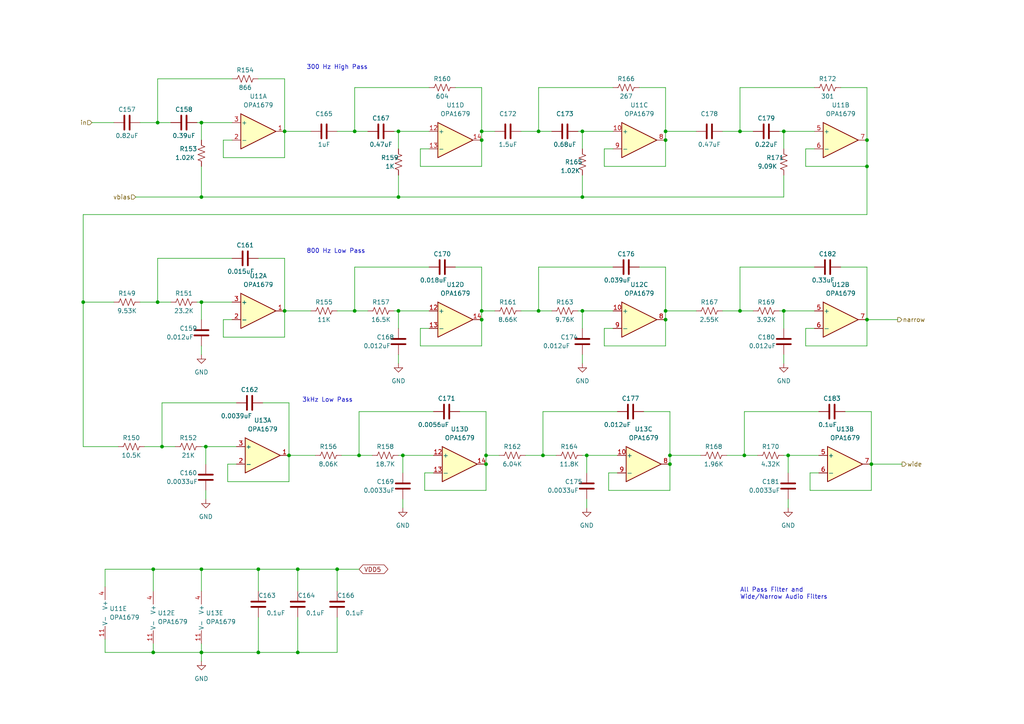
<source format=kicad_sch>
(kicad_sch (version 20230121) (generator eeschema)
  (paper "A4")
  (lib_symbols
    (symbol "Amplifier_Operational:OPA1679" (pin_names (offset 0.127))
      (property "Reference" "U" (at 0 5.08 0))
      (property "Value" "OPA1679" (at 0 -5.08 0))
      (symbol "OPA1679_1_1"
        (polyline (pts (xy -5.08 5.08) (xy 5.08 0) (xy -5.08 -5.08) (xy -5.08 5.08)) (stroke (width 0.254)) (fill (type background)))
        (pin output line (at 7.62 0 180) (length 2.54) (name "~") (number "1"))
        (pin input line (at -7.62 -2.54 0) (length 2.54) (name "-") (number "2"))
        (pin input line (at -7.62 2.54 0) (length 2.54) (name "+") (number "3"))
      )
      (symbol "OPA1679_2_1"
        (polyline (pts (xy -5.08 5.08) (xy 5.08 0) (xy -5.08 -5.08) (xy -5.08 5.08)) (stroke (width 0.254)) (fill (type background)))
        (pin input line (at -7.62 2.54 0) (length 2.54) (name "+") (number "5"))
        (pin input line (at -7.62 -2.54 0) (length 2.54) (name "-") (number "6"))
        (pin output line (at 7.62 0 180) (length 2.54) (name "~") (number "7"))
      )
      (symbol "OPA1679_3_1"
        (polyline (pts (xy -5.08 5.08) (xy 5.08 0) (xy -5.08 -5.08) (xy -5.08 5.08)) (stroke (width 0.254)) (fill (type background)))
        (pin input line (at -7.62 2.54 0) (length 2.54) (name "+") (number "10"))
        (pin output line (at 7.62 0 180) (length 2.54) (name "~") (number "8"))
        (pin input line (at -7.62 -2.54 0) (length 2.54) (name "-") (number "9"))
      )
      (symbol "OPA1679_4_1"
        (polyline (pts (xy -5.08 5.08) (xy 5.08 0) (xy -5.08 -5.08) (xy -5.08 5.08)) (stroke (width 0.254)) (fill (type background)))
        (pin input line (at -7.62 2.54 0) (length 2.54) (name "+") (number "12"))
        (pin input line (at -7.62 -2.54 0) (length 2.54) (name "-") (number "13"))
        (pin output line (at 7.62 0 180) (length 2.54) (name "~") (number "14"))
      )
      (symbol "OPA1679_5_1"
        (pin power_in line (at -2.54 -7.62 90) (length 3.81) (name "V-") (number "11"))
        (pin power_in line (at -2.54 7.62 270) (length 3.81) (name "V+") (number "4"))
      )
    )
    (symbol "Device:C" (pin_numbers hide) (pin_names (offset 0.254))
      (property "Reference" "C" (at 0.635 2.54 0))
      (property "Value" "C" (at 0.635 -2.54 0))
      (symbol "C_0_1"
        (polyline (pts (xy -2.032 -0.762) (xy 2.032 -0.762)) (stroke (width 0.508)))
        (polyline (pts (xy -2.032 0.762) (xy 2.032 0.762)) (stroke (width 0.508)))
      )
      (symbol "C_1_1"
        (pin passive line (at 0 3.81 270) (length 2.794) (name "~") (number "1"))
        (pin passive line (at 0 -3.81 90) (length 2.794) (name "~") (number "2"))
      )
    )
    (symbol "Device:R_US" (pin_numbers hide) (pin_names (offset 0))
      (property "Reference" "R" (at 2.54 0 90))
      (property "Value" "R_US" (at -2.54 0 90))
      (symbol "R_US_0_1"
        (polyline (pts (xy 0 -2.286) (xy 0 -2.54)))
        (polyline (pts (xy 0 2.286) (xy 0 2.54)))
        (polyline (pts (xy 0 -0.762) (xy 1.016 -1.143) (xy 0 -1.524) (xy -1.016 -1.905) (xy 0 -2.286)))
        (polyline (pts (xy 0 0.762) (xy 1.016 0.381) (xy 0 0) (xy -1.016 -0.381) (xy 0 -0.762)))
        (polyline (pts (xy 0 2.286) (xy 1.016 1.905) (xy 0 1.524) (xy -1.016 1.143) (xy 0 0.762)))
      )
      (symbol "R_US_1_1"
        (pin passive line (at 0 3.81 270) (length 1.27) (name "~") (number "1"))
        (pin passive line (at 0 -3.81 90) (length 1.27) (name "~") (number "2"))
      )
    )
    (symbol "power:GND" (power) (pin_names (offset 0))
      (property "Value" "GND" (at 0 -3.81 0))
      (symbol "GND_0_1"
        (polyline (pts (xy 0 0) (xy 0 -1.27) (xy 1.27 -1.27) (xy 0 -2.54) (xy -1.27 -1.27) (xy 0 -1.27)))
      )
      (symbol "GND_1_1"
        (pin power_in line (at 0 0 270) (length 0) hide (name "GND") (number "1"))
      )
    )
  )
  (junction (at 168.91 38.1))
  (junction (at 228.6 132.08))
  (junction (at 227.33 90.17))
  (junction (at 194.31 132.08))
  (junction (at 45.72 87.63))
  (junction (at 44.45 165.1))
  (junction (at 140.97 132.08))
  (junction (at 44.45 189.23))
  (junction (at 115.57 38.1))
  (junction (at 168.91 90.17))
  (junction (at 227.33 38.1))
  (junction (at 193.04 40.64))
  (junction (at 59.69 129.54))
  (junction (at 193.04 38.1))
  (junction (at 74.93 189.23))
  (junction (at 46.99 129.54))
  (junction (at 58.42 189.23))
  (junction (at 214.63 38.1))
  (junction (at 115.57 90.17))
  (junction (at 251.46 40.64))
  (junction (at 82.55 38.1))
  (junction (at 157.48 132.08))
  (junction (at 115.57 57.15))
  (junction (at 252.73 134.62))
  (junction (at 86.36 189.23))
  (junction (at 83.82 132.08))
  (junction (at 86.36 165.1))
  (junction (at 116.84 132.08))
  (junction (at 156.21 90.17))
  (junction (at 193.04 90.17))
  (junction (at 24.13 87.63))
  (junction (at 102.87 90.17))
  (junction (at 74.93 165.1))
  (junction (at 58.42 57.15))
  (junction (at 194.31 134.62))
  (junction (at 214.63 90.17))
  (junction (at 168.91 57.15))
  (junction (at 139.7 40.64))
  (junction (at 58.42 165.1))
  (junction (at 193.04 92.71))
  (junction (at 139.7 92.71))
  (junction (at 139.7 38.1))
  (junction (at 140.97 134.62))
  (junction (at 58.42 35.56))
  (junction (at 215.9 132.08))
  (junction (at 58.42 87.63))
  (junction (at 102.87 38.1))
  (junction (at 139.7 90.17))
  (junction (at 82.55 90.17))
  (junction (at 170.18 132.08))
  (junction (at 156.21 38.1))
  (junction (at 45.72 35.56))
  (junction (at 251.46 92.71))
  (junction (at 251.46 48.26))
  (junction (at 97.79 165.1))
  (junction (at 104.14 132.08))
  (wire (pts (xy 83.82 116.84) (xy 83.82 132.08)))
  (wire (pts (xy 82.55 38.1) (xy 90.17 38.1)))
  (wire (pts (xy 193.04 38.1) (xy 201.93 38.1)))
  (wire (pts (xy 104.14 119.38) (xy 104.14 132.08)))
  (wire (pts (xy 82.55 97.79) (xy 82.55 90.17)))
  (wire (pts (xy 45.72 35.56) (xy 49.53 35.56)))
  (wire (pts (xy 44.45 186.69) (xy 44.45 189.23)))
  (wire (pts (xy 140.97 134.62) (xy 140.97 142.24)))
  (wire (pts (xy 236.22 95.25) (xy 233.68 95.25)))
  (wire (pts (xy 115.57 102.87) (xy 115.57 105.41)))
  (wire (pts (xy 214.63 38.1) (xy 218.44 38.1)))
  (wire (pts (xy 24.13 87.63) (xy 24.13 129.54)))
  (wire (pts (xy 176.53 142.24) (xy 194.31 142.24)))
  (wire (pts (xy 58.42 57.15) (xy 115.57 57.15)))
  (wire (pts (xy 193.04 90.17) (xy 201.93 90.17)))
  (wire (pts (xy 64.77 40.64) (xy 64.77 45.72)))
  (wire (pts (xy 104.14 132.08) (xy 107.95 132.08)))
  (wire (pts (xy 167.64 90.17) (xy 168.91 90.17)))
  (wire (pts (xy 125.73 119.38) (xy 104.14 119.38)))
  (wire (pts (xy 168.91 50.8) (xy 168.91 57.15)))
  (wire (pts (xy 243.84 77.47) (xy 251.46 77.47)))
  (wire (pts (xy 215.9 132.08) (xy 219.71 132.08)))
  (wire (pts (xy 251.46 62.23) (xy 24.13 62.23)))
  (wire (pts (xy 30.48 165.1) (xy 44.45 165.1)))
  (wire (pts (xy 175.26 43.18) (xy 175.26 48.26)))
  (wire (pts (xy 194.31 134.62) (xy 194.31 142.24)))
  (wire (pts (xy 40.64 87.63) (xy 45.72 87.63)))
  (wire (pts (xy 193.04 40.64) (xy 193.04 48.26)))
  (wire (pts (xy 74.93 165.1) (xy 86.36 165.1)))
  (wire (pts (xy 170.18 132.08) (xy 179.07 132.08)))
  (wire (pts (xy 115.57 132.08) (xy 116.84 132.08)))
  (wire (pts (xy 139.7 90.17) (xy 143.51 90.17)))
  (wire (pts (xy 243.84 25.4) (xy 251.46 25.4)))
  (wire (pts (xy 41.91 129.54) (xy 46.99 129.54)))
  (wire (pts (xy 116.84 132.08) (xy 116.84 137.16)))
  (wire (pts (xy 139.7 90.17) (xy 139.7 92.71)))
  (wire (pts (xy 45.72 74.93) (xy 45.72 87.63)))
  (wire (pts (xy 214.63 25.4) (xy 214.63 38.1)))
  (wire (pts (xy 45.72 87.63) (xy 49.53 87.63)))
  (wire (pts (xy 156.21 25.4) (xy 156.21 38.1)))
  (wire (pts (xy 86.36 189.23) (xy 97.79 189.23)))
  (wire (pts (xy 194.31 119.38) (xy 194.31 132.08)))
  (wire (pts (xy 227.33 50.8) (xy 227.33 57.15)))
  (wire (pts (xy 115.57 90.17) (xy 124.46 90.17)))
  (wire (pts (xy 193.04 38.1) (xy 193.04 40.64)))
  (wire (pts (xy 156.21 38.1) (xy 160.02 38.1)))
  (wire (pts (xy 251.46 25.4) (xy 251.46 40.64)))
  (wire (pts (xy 124.46 25.4) (xy 102.87 25.4)))
  (wire (pts (xy 177.8 77.47) (xy 156.21 77.47)))
  (wire (pts (xy 124.46 95.25) (xy 121.92 95.25)))
  (wire (pts (xy 115.57 57.15) (xy 168.91 57.15)))
  (wire (pts (xy 102.87 90.17) (xy 106.68 90.17)))
  (wire (pts (xy 177.8 95.25) (xy 175.26 95.25)))
  (wire (pts (xy 252.73 119.38) (xy 252.73 134.62)))
  (wire (pts (xy 228.6 132.08) (xy 237.49 132.08)))
  (wire (pts (xy 170.18 144.78) (xy 170.18 147.32)))
  (wire (pts (xy 67.31 92.71) (xy 64.77 92.71)))
  (wire (pts (xy 58.42 87.63) (xy 58.42 92.71)))
  (wire (pts (xy 157.48 119.38) (xy 157.48 132.08)))
  (wire (pts (xy 58.42 48.26) (xy 58.42 57.15)))
  (wire (pts (xy 114.3 90.17) (xy 115.57 90.17)))
  (wire (pts (xy 157.48 132.08) (xy 161.29 132.08)))
  (wire (pts (xy 177.8 25.4) (xy 156.21 25.4)))
  (wire (pts (xy 175.26 95.25) (xy 175.26 100.33)))
  (wire (pts (xy 236.22 25.4) (xy 214.63 25.4)))
  (wire (pts (xy 30.48 170.18) (xy 30.48 165.1)))
  (wire (pts (xy 139.7 92.71) (xy 139.7 100.33)))
  (wire (pts (xy 83.82 139.7) (xy 83.82 132.08)))
  (wire (pts (xy 139.7 25.4) (xy 139.7 38.1)))
  (wire (pts (xy 168.91 57.15) (xy 227.33 57.15)))
  (wire (pts (xy 74.93 74.93) (xy 82.55 74.93)))
  (wire (pts (xy 57.15 35.56) (xy 58.42 35.56)))
  (wire (pts (xy 133.35 119.38) (xy 140.97 119.38)))
  (wire (pts (xy 228.6 132.08) (xy 228.6 137.16)))
  (wire (pts (xy 82.55 45.72) (xy 82.55 38.1)))
  (wire (pts (xy 252.73 134.62) (xy 261.62 134.62)))
  (wire (pts (xy 45.72 22.86) (xy 45.72 35.56)))
  (wire (pts (xy 58.42 165.1) (xy 74.93 165.1)))
  (wire (pts (xy 76.2 116.84) (xy 83.82 116.84)))
  (wire (pts (xy 68.58 116.84) (xy 46.99 116.84)))
  (wire (pts (xy 40.64 35.56) (xy 45.72 35.56)))
  (wire (pts (xy 44.45 165.1) (xy 58.42 165.1)))
  (wire (pts (xy 193.04 25.4) (xy 193.04 38.1)))
  (wire (pts (xy 170.18 132.08) (xy 170.18 137.16)))
  (wire (pts (xy 167.64 38.1) (xy 168.91 38.1)))
  (wire (pts (xy 185.42 77.47) (xy 193.04 77.47)))
  (wire (pts (xy 124.46 43.18) (xy 121.92 43.18)))
  (wire (pts (xy 67.31 22.86) (xy 45.72 22.86)))
  (wire (pts (xy 39.37 57.15) (xy 58.42 57.15)))
  (wire (pts (xy 44.45 171.45) (xy 44.45 165.1)))
  (wire (pts (xy 46.99 116.84) (xy 46.99 129.54)))
  (wire (pts (xy 24.13 62.23) (xy 24.13 87.63)))
  (wire (pts (xy 179.07 119.38) (xy 157.48 119.38)))
  (wire (pts (xy 234.95 137.16) (xy 234.95 142.24)))
  (wire (pts (xy 116.84 144.78) (xy 116.84 147.32)))
  (wire (pts (xy 151.13 38.1) (xy 156.21 38.1)))
  (wire (pts (xy 86.36 179.07) (xy 86.36 189.23)))
  (wire (pts (xy 74.93 179.07) (xy 74.93 189.23)))
  (wire (pts (xy 251.46 92.71) (xy 251.46 100.33)))
  (wire (pts (xy 64.77 45.72) (xy 82.55 45.72)))
  (wire (pts (xy 121.92 100.33) (xy 139.7 100.33)))
  (wire (pts (xy 58.42 189.23) (xy 74.93 189.23)))
  (wire (pts (xy 102.87 77.47) (xy 102.87 90.17)))
  (wire (pts (xy 139.7 40.64) (xy 139.7 48.26)))
  (wire (pts (xy 234.95 142.24) (xy 252.73 142.24)))
  (wire (pts (xy 59.69 129.54) (xy 68.58 129.54)))
  (wire (pts (xy 82.55 90.17) (xy 90.17 90.17)))
  (wire (pts (xy 156.21 77.47) (xy 156.21 90.17)))
  (wire (pts (xy 97.79 165.1) (xy 104.14 165.1)))
  (wire (pts (xy 58.42 100.33) (xy 58.42 102.87)))
  (wire (pts (xy 82.55 22.86) (xy 82.55 38.1)))
  (wire (pts (xy 58.42 87.63) (xy 67.31 87.63)))
  (wire (pts (xy 123.19 142.24) (xy 140.97 142.24)))
  (wire (pts (xy 227.33 38.1) (xy 236.22 38.1)))
  (wire (pts (xy 186.69 119.38) (xy 194.31 119.38)))
  (wire (pts (xy 102.87 38.1) (xy 106.68 38.1)))
  (wire (pts (xy 151.13 90.17) (xy 156.21 90.17)))
  (wire (pts (xy 44.45 189.23) (xy 58.42 189.23)))
  (wire (pts (xy 185.42 25.4) (xy 193.04 25.4)))
  (wire (pts (xy 121.92 48.26) (xy 139.7 48.26)))
  (wire (pts (xy 97.79 189.23) (xy 97.79 179.07)))
  (wire (pts (xy 140.97 132.08) (xy 144.78 132.08)))
  (wire (pts (xy 121.92 95.25) (xy 121.92 100.33)))
  (wire (pts (xy 58.42 35.56) (xy 58.42 40.64)))
  (wire (pts (xy 59.69 142.24) (xy 59.69 144.78)))
  (wire (pts (xy 140.97 132.08) (xy 140.97 134.62)))
  (wire (pts (xy 30.48 185.42) (xy 30.48 189.23)))
  (wire (pts (xy 156.21 90.17) (xy 160.02 90.17)))
  (wire (pts (xy 179.07 137.16) (xy 176.53 137.16)))
  (wire (pts (xy 86.36 165.1) (xy 86.36 171.45)))
  (wire (pts (xy 194.31 132.08) (xy 203.2 132.08)))
  (wire (pts (xy 24.13 129.54) (xy 34.29 129.54)))
  (wire (pts (xy 152.4 132.08) (xy 157.48 132.08)))
  (wire (pts (xy 115.57 50.8) (xy 115.57 57.15)))
  (wire (pts (xy 168.91 90.17) (xy 177.8 90.17)))
  (wire (pts (xy 233.68 43.18) (xy 233.68 48.26)))
  (wire (pts (xy 227.33 38.1) (xy 227.33 43.18)))
  (wire (pts (xy 226.06 90.17) (xy 227.33 90.17)))
  (wire (pts (xy 209.55 90.17) (xy 214.63 90.17)))
  (wire (pts (xy 74.93 189.23) (xy 86.36 189.23)))
  (wire (pts (xy 168.91 38.1) (xy 177.8 38.1)))
  (wire (pts (xy 74.93 165.1) (xy 74.93 171.45)))
  (wire (pts (xy 193.04 77.47) (xy 193.04 90.17)))
  (wire (pts (xy 67.31 74.93) (xy 45.72 74.93)))
  (wire (pts (xy 83.82 132.08) (xy 91.44 132.08)))
  (wire (pts (xy 251.46 77.47) (xy 251.46 92.71)))
  (wire (pts (xy 226.06 38.1) (xy 227.33 38.1)))
  (wire (pts (xy 30.48 189.23) (xy 44.45 189.23)))
  (wire (pts (xy 99.06 132.08) (xy 104.14 132.08)))
  (wire (pts (xy 64.77 92.71) (xy 64.77 97.79)))
  (wire (pts (xy 132.08 25.4) (xy 139.7 25.4)))
  (wire (pts (xy 214.63 90.17) (xy 218.44 90.17)))
  (wire (pts (xy 227.33 90.17) (xy 236.22 90.17)))
  (wire (pts (xy 26.67 35.56) (xy 33.02 35.56)))
  (wire (pts (xy 139.7 77.47) (xy 139.7 90.17)))
  (wire (pts (xy 228.6 144.78) (xy 228.6 147.32)))
  (wire (pts (xy 97.79 38.1) (xy 102.87 38.1)))
  (wire (pts (xy 227.33 90.17) (xy 227.33 95.25)))
  (wire (pts (xy 124.46 77.47) (xy 102.87 77.47)))
  (wire (pts (xy 121.92 43.18) (xy 121.92 48.26)))
  (wire (pts (xy 59.69 129.54) (xy 59.69 134.62)))
  (wire (pts (xy 86.36 165.1) (xy 97.79 165.1)))
  (wire (pts (xy 115.57 90.17) (xy 115.57 95.25)))
  (wire (pts (xy 57.15 87.63) (xy 58.42 87.63)))
  (wire (pts (xy 123.19 137.16) (xy 123.19 142.24)))
  (wire (pts (xy 58.42 189.23) (xy 58.42 191.77)))
  (wire (pts (xy 115.57 38.1) (xy 115.57 43.18)))
  (wire (pts (xy 58.42 186.69) (xy 58.42 189.23)))
  (wire (pts (xy 227.33 102.87) (xy 227.33 105.41)))
  (wire (pts (xy 252.73 134.62) (xy 252.73 142.24)))
  (wire (pts (xy 114.3 38.1) (xy 115.57 38.1)))
  (wire (pts (xy 132.08 77.47) (xy 139.7 77.47)))
  (wire (pts (xy 102.87 25.4) (xy 102.87 38.1)))
  (wire (pts (xy 116.84 132.08) (xy 125.73 132.08)))
  (wire (pts (xy 215.9 119.38) (xy 215.9 132.08)))
  (wire (pts (xy 237.49 119.38) (xy 215.9 119.38)))
  (wire (pts (xy 68.58 134.62) (xy 66.04 134.62)))
  (wire (pts (xy 125.73 137.16) (xy 123.19 137.16)))
  (wire (pts (xy 74.93 22.86) (xy 82.55 22.86)))
  (wire (pts (xy 175.26 48.26) (xy 193.04 48.26)))
  (wire (pts (xy 58.42 129.54) (xy 59.69 129.54)))
  (wire (pts (xy 233.68 48.26) (xy 251.46 48.26)))
  (wire (pts (xy 115.57 38.1) (xy 124.46 38.1)))
  (wire (pts (xy 46.99 129.54) (xy 50.8 129.54)))
  (wire (pts (xy 24.13 87.63) (xy 33.02 87.63)))
  (wire (pts (xy 140.97 119.38) (xy 140.97 132.08)))
  (wire (pts (xy 97.79 90.17) (xy 102.87 90.17)))
  (wire (pts (xy 193.04 90.17) (xy 193.04 92.71)))
  (wire (pts (xy 233.68 95.25) (xy 233.68 100.33)))
  (wire (pts (xy 168.91 102.87) (xy 168.91 105.41)))
  (wire (pts (xy 175.26 100.33) (xy 193.04 100.33)))
  (wire (pts (xy 251.46 40.64) (xy 251.46 48.26)))
  (wire (pts (xy 82.55 74.93) (xy 82.55 90.17)))
  (wire (pts (xy 139.7 38.1) (xy 139.7 40.64)))
  (wire (pts (xy 245.11 119.38) (xy 252.73 119.38)))
  (wire (pts (xy 233.68 100.33) (xy 251.46 100.33)))
  (wire (pts (xy 67.31 40.64) (xy 64.77 40.64)))
  (wire (pts (xy 193.04 92.71) (xy 193.04 100.33)))
  (wire (pts (xy 66.04 134.62) (xy 66.04 139.7)))
  (wire (pts (xy 237.49 137.16) (xy 234.95 137.16)))
  (wire (pts (xy 236.22 43.18) (xy 233.68 43.18)))
  (wire (pts (xy 58.42 35.56) (xy 67.31 35.56)))
  (wire (pts (xy 168.91 38.1) (xy 168.91 43.18)))
  (wire (pts (xy 210.82 132.08) (xy 215.9 132.08)))
  (wire (pts (xy 214.63 77.47) (xy 214.63 90.17)))
  (wire (pts (xy 177.8 43.18) (xy 175.26 43.18)))
  (wire (pts (xy 168.91 90.17) (xy 168.91 95.25)))
  (wire (pts (xy 139.7 38.1) (xy 143.51 38.1)))
  (wire (pts (xy 176.53 137.16) (xy 176.53 142.24)))
  (wire (pts (xy 64.77 97.79) (xy 82.55 97.79)))
  (wire (pts (xy 227.33 132.08) (xy 228.6 132.08)))
  (wire (pts (xy 251.46 92.71) (xy 260.35 92.71)))
  (wire (pts (xy 66.04 139.7) (xy 83.82 139.7)))
  (wire (pts (xy 209.55 38.1) (xy 214.63 38.1)))
  (wire (pts (xy 97.79 165.1) (xy 97.79 171.45)))
  (wire (pts (xy 58.42 171.45) (xy 58.42 165.1)))
  (wire (pts (xy 251.46 48.26) (xy 251.46 62.23)))
  (wire (pts (xy 168.91 132.08) (xy 170.18 132.08)))
  (wire (pts (xy 194.31 132.08) (xy 194.31 134.62)))
  (wire (pts (xy 236.22 77.47) (xy 214.63 77.47)))
  (text "All Pass Filter and\nWide/Narrow Audio Filters" (at 214.63 173.99 0) (effects (font (size 1.27 1.27)) (justify left bottom)))
  (text "3kHz Low Pass" (at 87.63 116.84 0) (effects (font (size 1.27 1.27)) (justify left bottom)))
  (text "300 Hz High Pass" (at 88.9 20.32 0) (effects (font (size 1.27 1.27)) (justify left bottom)))
  (text "800 Hz Low Pass" (at 88.9 73.66 0) (effects (font (size 1.27 1.27)) (justify left bottom)))
  (global_label "VDD5" (shape bidirectional) (at 104.14 165.1 0) (property "Intersheetrefs" "${INTERSHEET_REFS}" (at 112.7537 165.1 0) (effects (justify left))))
  (hierarchical_label "narrow" (shape output) (at 260.35 92.71 0))
  (hierarchical_label "vbias" (shape input) (at 39.37 57.15 180))
  (hierarchical_label "in" (shape input) (at 26.67 35.56 180))
  (hierarchical_label "wide" (shape output) (at 261.62 134.62 0))
  (symbol (lib_id "Device:C") (at 227.33 99.06 0) (unit 1)
    (property "Reference" "C180" (at 219.71 97.79 0) (effects (justify left)))
    (property "Value" "0.012uF" (at 217.17 100.33 0) (effects (justify left)))
    (property "Footprint" "Capacitor_SMD:C_0603_1608Metric_Pad1.08x0.95mm_HandSolder" (effects hide))
    (instances (project "fieldRadio_1.1" (path "" (reference "C180") (unit 1))) (project "" (path "" (reference "C38") (unit 1))))
  )
  (symbol (lib_id "power:GND") (at 58.42 102.87 0) (unit 1)
    (property "Reference" "#PWR040" (effects hide))
    (property "Value" "GND" (at 58.42 107.95 0))
    (instances (project "fieldRadio_1.1" (path "" (reference "#PWR040") (unit 1))) (project "" (path "" (reference "#PWR012") (unit 1))))
  )
  (symbol (lib_id "Device:R_US") (at 223.52 132.08 90) (unit 1)
    (property "Reference" "R170" (at 223.52 129.54 90))
    (property "Value" "4.32K" (at 223.52 134.62 90))
    (property "Footprint" "Resistor_SMD:R_0603_1608Metric_Pad0.98x0.95mm_HandSolder" (effects hide))
    (instances (project "fieldRadio_1.1" (path "" (reference "R170") (unit 1))) (project "" (path "" (reference "R45") (unit 1))))
  )
  (symbol (lib_id "Device:R_US") (at 95.25 132.08 90) (unit 1)
    (property "Reference" "R156" (at 95.25 129.54 90))
    (property "Value" "8.06K" (at 95.25 134.62 90))
    (property "Footprint" "Resistor_SMD:R_0603_1608Metric_Pad0.98x0.95mm_HandSolder" (effects hide))
    (instances (project "fieldRadio_1.1" (path "" (reference "R156") (unit 1))) (project "" (path "" (reference "R31") (unit 1))))
  )
  (symbol (lib_id "Amplifier_Operational:OPA1679") (at 185.42 40.64 0) (unit 3)
    (property "Reference" "U11" (at 185.42 30.48 0))
    (property "Value" "OPA1679" (at 185.42 33.02 0))
    (property "Footprint" "Package_SO:SOIC-14_3.9x8.7mm_P1.27mm" (effects hide))
    (property "Datasheet" "http://www.ti.com/lit/ds/symlink/opa1678.pdf" (effects hide))
    (instances (project "fieldRadio_1.1" (path "" (reference "U11") (unit 3))) (project "" (path "" (reference "U5") (unit 3))))
  )
  (symbol (lib_id "Device:R_US") (at 147.32 90.17 90) (unit 1)
    (property "Reference" "R161" (at 147.32 87.63 90))
    (property "Value" "8.66K" (at 147.32 92.71 90))
    (property "Footprint" "Resistor_SMD:R_0603_1608Metric_Pad0.98x0.95mm_HandSolder" (effects hide))
    (instances (project "fieldRadio_1.1" (path "" (reference "R161") (unit 1))) (project "" (path "" (reference "R36") (unit 1))))
  )
  (symbol (lib_id "Amplifier_Operational:OPA1679") (at 46.99 179.07 0) (unit 5)
    (property "Reference" "U12" (at 45.72 177.7999 0) (effects (justify left)))
    (property "Value" "OPA1679" (at 45.72 180.3399 0) (effects (justify left)))
    (property "Footprint" "Package_SO:SOIC-14_3.9x8.7mm_P1.27mm" (effects hide))
    (property "Datasheet" "http://www.ti.com/lit/ds/symlink/opa1678.pdf" (effects hide))
    (instances (project "fieldRadio_1.1" (path "" (reference "U12") (unit 5))) (project "" (path "" (reference "U6") (unit 5))))
  )
  (symbol (lib_id "Device:C") (at 228.6 140.97 0) (unit 1)
    (property "Reference" "C181" (at 220.98 139.7 0) (effects (justify left)))
    (property "Value" "0.0033uF" (at 217.17 142.24 0) (effects (justify left)))
    (property "Footprint" "Capacitor_SMD:C_0603_1608Metric_Pad1.08x0.95mm_HandSolder" (effects hide))
    (instances (project "fieldRadio_1.1" (path "" (reference "C181") (unit 1))) (project "" (path "" (reference "C39") (unit 1))))
  )
  (symbol (lib_id "Amplifier_Operational:OPA1679") (at 133.35 134.62 0) (unit 4)
    (property "Reference" "U13" (at 133.35 124.46 0))
    (property "Value" "OPA1679" (at 133.35 127 0))
    (property "Footprint" "Package_SO:SOIC-14_3.9x8.7mm_P1.27mm" (effects hide))
    (property "Datasheet" "http://www.ti.com/lit/ds/symlink/opa1678.pdf" (effects hide))
    (instances (project "fieldRadio_1.1" (path "" (reference "U13") (unit 4))) (project "" (path "" (reference "U7") (unit 4))))
  )
  (symbol (lib_id "Device:R_US") (at 115.57 46.99 180) (unit 1)
    (property "Reference" "R159" (at 110.49 45.72 0) (effects (justify right)))
    (property "Value" "1K" (at 111.76 48.26 0) (effects (justify right)))
    (property "Footprint" "Resistor_SMD:R_0603_1608Metric_Pad0.98x0.95mm_HandSolder" (effects hide))
    (instances (project "fieldRadio_1.1" (path "" (reference "R159") (unit 1))) (project "" (path "" (reference "R34") (unit 1))))
  )
  (symbol (lib_id "Device:R_US") (at 38.1 129.54 90) (unit 1)
    (property "Reference" "R150" (at 38.1 127 90))
    (property "Value" "10.5K" (at 38.1 132.08 90))
    (property "Footprint" "Resistor_SMD:R_0603_1608Metric_Pad0.98x0.95mm_HandSolder" (effects hide))
    (instances (project "fieldRadio_1.1" (path "" (reference "R150") (unit 1))) (project "" (path "" (reference "R25") (unit 1))))
  )
  (symbol (lib_id "Device:C") (at 72.39 116.84 90) (unit 1)
    (property "Reference" "C162" (at 72.39 113.03 90))
    (property "Value" "0.0039uF" (at 68.58 120.65 90))
    (property "Footprint" "Capacitor_SMD:C_0603_1608Metric_Pad1.08x0.95mm_HandSolder" (effects hide))
    (instances (project "fieldRadio_1.1" (path "" (reference "C162") (unit 1))) (project "" (path "" (reference "C20") (unit 1))))
  )
  (symbol (lib_id "Device:C") (at 181.61 77.47 90) (unit 1)
    (property "Reference" "C176" (at 181.61 73.66 90))
    (property "Value" "0.039uF" (at 179.07 81.28 90))
    (property "Footprint" "Capacitor_SMD:C_0603_1608Metric_Pad1.08x0.95mm_HandSolder" (effects hide))
    (instances (project "fieldRadio_1.1" (path "" (reference "C176") (unit 1))) (project "" (path "" (reference "C34") (unit 1))))
  )
  (symbol (lib_id "Device:R_US") (at 163.83 90.17 90) (unit 1)
    (property "Reference" "R163" (at 163.83 87.63 90))
    (property "Value" "9.76K" (at 163.83 92.71 90))
    (property "Footprint" "Resistor_SMD:R_0603_1608Metric_Pad0.98x0.95mm_HandSolder" (effects hide))
    (instances (project "fieldRadio_1.1" (path "" (reference "R163") (unit 1))) (project "" (path "" (reference "R38") (unit 1))))
  )
  (symbol (lib_id "power:GND") (at 116.84 147.32 0) (unit 1)
    (property "Reference" "#PWR044" (effects hide))
    (property "Value" "GND" (at 116.84 152.4 0))
    (instances (project "fieldRadio_1.1" (path "" (reference "#PWR044") (unit 1))) (project "" (path "" (reference "#PWR016") (unit 1))))
  )
  (symbol (lib_id "power:GND") (at 59.69 144.78 0) (unit 1)
    (property "Reference" "#PWR042" (effects hide))
    (property "Value" "GND" (at 59.69 149.86 0))
    (instances (project "fieldRadio_1.1" (path "" (reference "#PWR042") (unit 1))) (project "" (path "" (reference "#PWR014") (unit 1))))
  )
  (symbol (lib_id "Device:R_US") (at 128.27 25.4 90) (unit 1)
    (property "Reference" "R160" (at 128.27 22.86 90))
    (property "Value" "604" (at 128.27 27.94 90))
    (property "Footprint" "Resistor_SMD:R_0603_1608Metric_Pad0.98x0.95mm_HandSolder" (effects hide))
    (instances (project "fieldRadio_1.1" (path "" (reference "R160") (unit 1))) (project "" (path "" (reference "R35") (unit 1))))
  )
  (symbol (lib_id "Device:R_US") (at 222.25 90.17 90) (unit 1)
    (property "Reference" "R169" (at 222.25 87.63 90))
    (property "Value" "3.92K" (at 222.25 92.71 90))
    (property "Footprint" "Resistor_SMD:R_0603_1608Metric_Pad0.98x0.95mm_HandSolder" (effects hide))
    (instances (project "fieldRadio_1.1" (path "" (reference "R169") (unit 1))) (project "" (path "" (reference "R44") (unit 1))))
  )
  (symbol (lib_id "Device:C") (at 93.98 38.1 90) (unit 1)
    (property "Reference" "C165" (at 93.98 33.02 90))
    (property "Value" "1uF" (at 93.98 41.91 90))
    (property "Footprint" "Capacitor_SMD:C_0603_1608Metric_Pad1.08x0.95mm_HandSolder" (effects hide))
    (instances (project "fieldRadio_1.1" (path "" (reference "C165") (unit 1))) (project "" (path "" (reference "C23") (unit 1))))
  )
  (symbol (lib_id "power:GND") (at 227.33 105.41 0) (unit 1)
    (property "Reference" "#PWR047" (effects hide))
    (property "Value" "GND" (at 227.33 110.49 0))
    (instances (project "fieldRadio_1.1" (path "" (reference "#PWR047") (unit 1))) (project "" (path "" (reference "#PWR019") (unit 1))))
  )
  (symbol (lib_id "Device:C") (at 182.88 119.38 90) (unit 1)
    (property "Reference" "C177" (at 182.88 115.57 90))
    (property "Value" "0.012uF" (at 179.07 123.19 90))
    (property "Footprint" "Capacitor_SMD:C_0603_1608Metric_Pad1.08x0.95mm_HandSolder" (effects hide))
    (instances (project "fieldRadio_1.1" (path "" (reference "C177") (unit 1))) (project "" (path "" (reference "C35") (unit 1))))
  )
  (symbol (lib_id "Device:R_US") (at 36.83 87.63 90) (unit 1)
    (property "Reference" "R149" (at 36.83 85.09 90))
    (property "Value" "9.53K" (at 36.83 90.17 90))
    (property "Footprint" "Resistor_SMD:R_0603_1608Metric_Pad0.98x0.95mm_HandSolder" (effects hide))
    (instances (project "fieldRadio_1.1" (path "" (reference "R149") (unit 1))) (project "" (path "" (reference "R24") (unit 1))))
  )
  (symbol (lib_id "Device:R_US") (at 168.91 46.99 180) (unit 1)
    (property "Reference" "R165" (at 163.83 46.99 0) (effects (justify right)))
    (property "Value" "1.02K" (at 162.56 49.53 0) (effects (justify right)))
    (property "Footprint" "Resistor_SMD:R_0603_1608Metric_Pad0.98x0.95mm_HandSolder" (effects hide))
    (instances (project "fieldRadio_1.1" (path "" (reference "R165") (unit 1))) (project "" (path "" (reference "R40") (unit 1))))
  )
  (symbol (lib_id "Device:C") (at 168.91 99.06 0) (unit 1)
    (property "Reference" "C174" (at 162.56 97.79 0) (effects (justify left)))
    (property "Value" "0.012uF" (at 157.48 100.33 0) (effects (justify left)))
    (property "Footprint" "Capacitor_SMD:C_0603_1608Metric_Pad1.08x0.95mm_HandSolder" (effects hide))
    (instances (project "fieldRadio_1.1" (path "" (reference "C174") (unit 1))) (project "" (path "" (reference "C32") (unit 1))))
  )
  (symbol (lib_id "Device:R_US") (at 111.76 132.08 90) (unit 1)
    (property "Reference" "R158" (at 111.76 129.54 90))
    (property "Value" "18.7K" (at 111.76 134.62 90))
    (property "Footprint" "Resistor_SMD:R_0603_1608Metric_Pad0.98x0.95mm_HandSolder" (effects hide))
    (instances (project "fieldRadio_1.1" (path "" (reference "R158") (unit 1))) (project "" (path "" (reference "R33") (unit 1))))
  )
  (symbol (lib_id "Device:C") (at 58.42 96.52 0) (unit 1)
    (property "Reference" "C159" (at 52.07 95.25 0) (effects (justify left)))
    (property "Value" "0.012uF" (at 48.26 97.79 0) (effects (justify left)))
    (property "Footprint" "Capacitor_SMD:C_0603_1608Metric_Pad1.08x0.95mm_HandSolder" (effects hide))
    (instances (project "fieldRadio_1.1" (path "" (reference "C159") (unit 1))) (project "" (path "" (reference "C17") (unit 1))))
  )
  (symbol (lib_id "Amplifier_Operational:OPA1679") (at 74.93 38.1 0) (unit 1)
    (property "Reference" "U11" (at 74.93 27.94 0))
    (property "Value" "OPA1679" (at 74.93 30.48 0))
    (property "Footprint" "Package_SO:SOIC-14_3.9x8.7mm_P1.27mm" (effects hide))
    (property "Datasheet" "http://www.ti.com/lit/ds/symlink/opa1678.pdf" (effects hide))
    (instances (project "fieldRadio_1.1" (path "" (reference "U11") (unit 1))) (project "" (path "" (reference "U5") (unit 1))))
  )
  (symbol (lib_id "Device:R_US") (at 181.61 25.4 90) (unit 1)
    (property "Reference" "R166" (at 181.61 22.86 90))
    (property "Value" "267" (at 181.61 27.94 90))
    (property "Footprint" "Resistor_SMD:R_0603_1608Metric_Pad0.98x0.95mm_HandSolder" (effects hide))
    (instances (project "fieldRadio_1.1" (path "" (reference "R166") (unit 1))) (project "" (path "" (reference "R41") (unit 1))))
  )
  (symbol (lib_id "Amplifier_Operational:OPA1679") (at 185.42 92.71 0) (unit 3)
    (property "Reference" "U12" (at 185.42 82.55 0))
    (property "Value" "OPA1679" (at 185.42 85.09 0))
    (property "Footprint" "Package_SO:SOIC-14_3.9x8.7mm_P1.27mm" (effects hide))
    (property "Datasheet" "http://www.ti.com/lit/ds/symlink/opa1678.pdf" (effects hide))
    (instances (project "fieldRadio_1.1" (path "" (reference "U12") (unit 3))) (project "" (path "" (reference "U6") (unit 3))))
  )
  (symbol (lib_id "Device:C") (at 205.74 38.1 90) (unit 1)
    (property "Reference" "C178" (at 205.74 33.02 90))
    (property "Value" "0.47uF" (at 205.74 41.91 90))
    (property "Footprint" "Capacitor_SMD:C_0603_1608Metric_Pad1.08x0.95mm_HandSolder" (effects hide))
    (instances (project "fieldRadio_1.1" (path "" (reference "C178") (unit 1))) (project "" (path "" (reference "C36") (unit 1))))
  )
  (symbol (lib_id "Device:R_US") (at 54.61 129.54 90) (unit 1)
    (property "Reference" "R152" (at 54.61 127 90))
    (property "Value" "21K" (at 54.61 132.08 90))
    (property "Footprint" "Resistor_SMD:R_0603_1608Metric_Pad0.98x0.95mm_HandSolder" (effects hide))
    (instances (project "fieldRadio_1.1" (path "" (reference "R152") (unit 1))) (project "" (path "" (reference "R27") (unit 1))))
  )
  (symbol (lib_id "power:GND") (at 168.91 105.41 0) (unit 1)
    (property "Reference" "#PWR045" (effects hide))
    (property "Value" "GND" (at 168.91 110.49 0))
    (instances (project "fieldRadio_1.1" (path "" (reference "#PWR045") (unit 1))) (project "" (path "" (reference "#PWR017") (unit 1))))
  )
  (symbol (lib_id "Device:C") (at 74.93 175.26 180) (unit 1)
    (property "Reference" "C163" (at 77.47 172.72 0))
    (property "Value" "0.1uF" (at 80.01 177.8 0))
    (property "Footprint" "Capacitor_SMD:C_0603_1608Metric_Pad1.08x0.95mm_HandSolder" (effects hide))
    (instances (project "fieldRadio_1.1" (path "" (reference "C163") (unit 1))) (project "" (path "" (reference "C21") (unit 1))))
  )
  (symbol (lib_id "Device:R_US") (at 165.1 132.08 90) (unit 1)
    (property "Reference" "R164" (at 165.1 129.54 90))
    (property "Value" "11.8K" (at 165.1 134.62 90))
    (property "Footprint" "Resistor_SMD:R_0603_1608Metric_Pad0.98x0.95mm_HandSolder" (effects hide))
    (instances (project "fieldRadio_1.1" (path "" (reference "R164") (unit 1))) (project "" (path "" (reference "R39") (unit 1))))
  )
  (symbol (lib_id "Device:C") (at 53.34 35.56 90) (unit 1)
    (property "Reference" "C158" (at 53.34 31.75 90))
    (property "Value" "0.39uF" (at 53.34 39.37 90))
    (property "Footprint" "Capacitor_SMD:C_0603_1608Metric_Pad1.08x0.95mm_HandSolder" (effects hide))
    (instances (project "fieldRadio_1.1" (path "" (reference "C158") (unit 1))) (project "" (path "" (reference "C16") (unit 1))))
  )
  (symbol (lib_id "Amplifier_Operational:OPA1679") (at 243.84 40.64 0) (unit 2)
    (property "Reference" "U11" (at 243.84 30.48 0))
    (property "Value" "OPA1679" (at 243.84 33.02 0))
    (property "Footprint" "Package_SO:SOIC-14_3.9x8.7mm_P1.27mm" (effects hide))
    (property "Datasheet" "http://www.ti.com/lit/ds/symlink/opa1678.pdf" (effects hide))
    (instances (project "fieldRadio_1.1" (path "" (reference "U11") (unit 2))) (project "" (path "" (reference "U5") (unit 2))))
  )
  (symbol (lib_id "Amplifier_Operational:OPA1679") (at 132.08 40.64 0) (unit 4)
    (property "Reference" "U11" (at 132.08 30.48 0))
    (property "Value" "OPA1679" (at 132.08 33.02 0))
    (property "Footprint" "Package_SO:SOIC-14_3.9x8.7mm_P1.27mm" (effects hide))
    (property "Datasheet" "http://www.ti.com/lit/ds/symlink/opa1678.pdf" (effects hide))
    (instances (project "fieldRadio_1.1" (path "" (reference "U11") (unit 4))) (project "" (path "" (reference "U5") (unit 4))))
  )
  (symbol (lib_id "power:GND") (at 170.18 147.32 0) (unit 1)
    (property "Reference" "#PWR046" (effects hide))
    (property "Value" "GND" (at 170.18 152.4 0))
    (instances (project "fieldRadio_1.1" (path "" (reference "#PWR046") (unit 1))) (project "" (path "" (reference "#PWR018") (unit 1))))
  )
  (symbol (lib_id "power:GND") (at 115.57 105.41 0) (unit 1)
    (property "Reference" "#PWR043" (effects hide))
    (property "Value" "GND" (at 115.57 110.49 0))
    (instances (project "fieldRadio_1.1" (path "" (reference "#PWR043") (unit 1))) (project "" (path "" (reference "#PWR015") (unit 1))))
  )
  (symbol (lib_id "Device:C") (at 128.27 77.47 90) (unit 1)
    (property "Reference" "C170" (at 128.27 73.66 90))
    (property "Value" "0.018uF" (at 125.73 81.28 90))
    (property "Footprint" "Capacitor_SMD:C_0603_1608Metric_Pad1.08x0.95mm_HandSolder" (effects hide))
    (instances (project "fieldRadio_1.1" (path "" (reference "C170") (unit 1))) (project "" (path "" (reference "C28") (unit 1))))
  )
  (symbol (lib_id "Device:R_US") (at 110.49 90.17 90) (unit 1)
    (property "Reference" "R157" (at 110.49 87.63 90))
    (property "Value" "16.5K" (at 110.49 92.71 90))
    (property "Footprint" "Resistor_SMD:R_0603_1608Metric_Pad0.98x0.95mm_HandSolder" (effects hide))
    (instances (project "fieldRadio_1.1" (path "" (reference "R157") (unit 1))) (project "" (path "" (reference "R32") (unit 1))))
  )
  (symbol (lib_id "Amplifier_Operational:OPA1679") (at 243.84 92.71 0) (unit 2)
    (property "Reference" "U12" (at 243.84 82.55 0))
    (property "Value" "OPA1679" (at 243.84 85.09 0))
    (property "Footprint" "Package_SO:SOIC-14_3.9x8.7mm_P1.27mm" (effects hide))
    (property "Datasheet" "http://www.ti.com/lit/ds/symlink/opa1678.pdf" (effects hide))
    (instances (project "fieldRadio_1.1" (path "" (reference "U12") (unit 2))) (project "" (path "" (reference "U6") (unit 2))))
  )
  (symbol (lib_id "power:GND") (at 228.6 147.32 0) (unit 1)
    (property "Reference" "#PWR048" (effects hide))
    (property "Value" "GND" (at 228.6 152.4 0))
    (instances (project "fieldRadio_1.1" (path "" (reference "#PWR048") (unit 1))) (project "" (path "" (reference "#PWR020") (unit 1))))
  )
  (symbol (lib_id "Device:C") (at 86.36 175.26 180) (unit 1)
    (property "Reference" "C164" (at 88.9 172.72 0))
    (property "Value" "0.1uF" (at 91.44 177.8 0))
    (property "Footprint" "Capacitor_SMD:C_0603_1608Metric_Pad1.08x0.95mm_HandSolder" (effects hide))
    (instances (project "fieldRadio_1.1" (path "" (reference "C164") (unit 1))) (project "" (path "" (reference "C22") (unit 1))))
  )
  (symbol (lib_id "Amplifier_Operational:OPA1679") (at 33.02 177.8 0) (unit 5)
    (property "Reference" "U11" (at 31.75 176.5299 0) (effects (justify left)))
    (property "Value" "OPA1679" (at 31.75 179.0699 0) (effects (justify left)))
    (property "Footprint" "Package_SO:SOIC-14_3.9x8.7mm_P1.27mm" (effects hide))
    (property "Datasheet" "http://www.ti.com/lit/ds/symlink/opa1678.pdf" (effects hide))
    (instances (project "fieldRadio_1.1" (path "" (reference "U11") (unit 5))) (project "" (path "" (reference "U5") (unit 5))))
  )
  (symbol (lib_id "Device:R_US") (at 71.12 22.86 90) (unit 1)
    (property "Reference" "R154" (at 71.12 20.32 90))
    (property "Value" "866" (at 71.12 25.4 90))
    (property "Footprint" "Resistor_SMD:R_0603_1608Metric_Pad0.98x0.95mm_HandSolder" (effects hide))
    (instances (project "fieldRadio_1.1" (path "" (reference "R154") (unit 1))) (project "" (path "" (reference "R29") (unit 1))))
  )
  (symbol (lib_id "Device:C") (at 36.83 35.56 90) (unit 1)
    (property "Reference" "C157" (at 36.83 31.75 90))
    (property "Value" "0.82uF" (at 36.83 39.37 90))
    (property "Footprint" "Capacitor_SMD:C_0603_1608Metric_Pad1.08x0.95mm_HandSolder" (effects hide))
    (instances (project "fieldRadio_1.1" (path "" (reference "C157") (unit 1))) (project "" (path "" (reference "C15") (unit 1))))
  )
  (symbol (lib_id "Amplifier_Operational:OPA1679") (at 186.69 134.62 0) (unit 3)
    (property "Reference" "U13" (at 186.69 124.46 0))
    (property "Value" "OPA1679" (at 186.69 127 0))
    (property "Footprint" "Package_SO:SOIC-14_3.9x8.7mm_P1.27mm" (effects hide))
    (property "Datasheet" "http://www.ti.com/lit/ds/symlink/opa1678.pdf" (effects hide))
    (instances (project "fieldRadio_1.1" (path "" (reference "U13") (unit 3))) (project "" (path "" (reference "U7") (unit 3))))
  )
  (symbol (lib_id "Device:R_US") (at 58.42 44.45 180) (unit 1)
    (property "Reference" "R153" (at 52.07 43.18 0) (effects (justify right)))
    (property "Value" "1.02K" (at 50.8 45.72 0) (effects (justify right)))
    (property "Footprint" "Resistor_SMD:R_0603_1608Metric_Pad0.98x0.95mm_HandSolder" (effects hide))
    (instances (project "fieldRadio_1.1" (path "" (reference "R153") (unit 1))) (project "" (path "" (reference "R28") (unit 1))))
  )
  (symbol (lib_id "Device:C") (at 222.25 38.1 90) (unit 1)
    (property "Reference" "C179" (at 222.25 34.29 90))
    (property "Value" "0.22uF" (at 222.25 41.91 90))
    (property "Footprint" "Capacitor_SMD:C_0603_1608Metric_Pad1.08x0.95mm_HandSolder" (effects hide))
    (instances (project "fieldRadio_1.1" (path "" (reference "C179") (unit 1))) (project "" (path "" (reference "C37") (unit 1))))
  )
  (symbol (lib_id "Device:R_US") (at 205.74 90.17 90) (unit 1)
    (property "Reference" "R167" (at 205.74 87.63 90))
    (property "Value" "2.55K" (at 205.74 92.71 90))
    (property "Footprint" "Resistor_SMD:R_0603_1608Metric_Pad0.98x0.95mm_HandSolder" (effects hide))
    (instances (project "fieldRadio_1.1" (path "" (reference "R167") (unit 1))) (project "" (path "" (reference "R42") (unit 1))))
  )
  (symbol (lib_id "Device:C") (at 116.84 140.97 0) (unit 1)
    (property "Reference" "C169" (at 109.22 139.7 0) (effects (justify left)))
    (property "Value" "0.0033uF" (at 105.41 142.24 0) (effects (justify left)))
    (property "Footprint" "Capacitor_SMD:C_0603_1608Metric_Pad1.08x0.95mm_HandSolder" (effects hide))
    (instances (project "fieldRadio_1.1" (path "" (reference "C169") (unit 1))) (project "" (path "" (reference "C27") (unit 1))))
  )
  (symbol (lib_id "Device:C") (at 147.32 38.1 90) (unit 1)
    (property "Reference" "C172" (at 147.32 33.02 90))
    (property "Value" "1.5uF" (at 147.32 41.91 90))
    (property "Footprint" "Capacitor_SMD:C_0603_1608Metric_Pad1.08x0.95mm_HandSolder" (effects hide))
    (instances (project "fieldRadio_1.1" (path "" (reference "C172") (unit 1))) (project "" (path "" (reference "C30") (unit 1))))
  )
  (symbol (lib_id "Amplifier_Operational:OPA1679") (at 60.96 179.07 0) (unit 5)
    (property "Reference" "U13" (at 59.69 177.7999 0) (effects (justify left)))
    (property "Value" "OPA1679" (at 59.69 180.3399 0) (effects (justify left)))
    (property "Footprint" "Package_SO:SOIC-14_3.9x8.7mm_P1.27mm" (effects hide))
    (property "Datasheet" "http://www.ti.com/lit/ds/symlink/opa1678.pdf" (effects hide))
    (instances (project "fieldRadio_1.1" (path "" (reference "U13") (unit 5))) (project "" (path "" (reference "U7") (unit 5))))
  )
  (symbol (lib_id "Device:R_US") (at 207.01 132.08 90) (unit 1)
    (property "Reference" "R168" (at 207.01 129.54 90))
    (property "Value" "1.96K" (at 207.01 134.62 90))
    (property "Footprint" "Resistor_SMD:R_0603_1608Metric_Pad0.98x0.95mm_HandSolder" (effects hide))
    (instances (project "fieldRadio_1.1" (path "" (reference "R168") (unit 1))) (project "" (path "" (reference "R43") (unit 1))))
  )
  (symbol (lib_id "Device:C") (at 110.49 38.1 90) (unit 1)
    (property "Reference" "C167" (at 110.49 34.29 90))
    (property "Value" "0.47uF" (at 110.49 41.91 90))
    (property "Footprint" "Capacitor_SMD:C_0603_1608Metric_Pad1.08x0.95mm_HandSolder" (effects hide))
    (instances (project "fieldRadio_1.1" (path "" (reference "C167") (unit 1))) (project "" (path "" (reference "C25") (unit 1))))
  )
  (symbol (lib_id "Amplifier_Operational:OPA1679") (at 74.93 90.17 0) (unit 1)
    (property "Reference" "U12" (at 74.93 80.01 0))
    (property "Value" "OPA1679" (at 74.93 82.55 0))
    (property "Footprint" "Package_SO:SOIC-14_3.9x8.7mm_P1.27mm" (effects hide))
    (property "Datasheet" "http://www.ti.com/lit/ds/symlink/opa1678.pdf" (effects hide))
    (instances (project "fieldRadio_1.1" (path "" (reference "U12") (unit 1))) (project "" (path "" (reference "U6") (unit 1))))
  )
  (symbol (lib_id "Device:C") (at 170.18 140.97 0) (unit 1)
    (property "Reference" "C175" (at 163.83 139.7 0) (effects (justify left)))
    (property "Value" "0.0033uF" (at 158.75 142.24 0) (effects (justify left)))
    (property "Footprint" "Capacitor_SMD:C_0603_1608Metric_Pad1.08x0.95mm_HandSolder" (effects hide))
    (instances (project "fieldRadio_1.1" (path "" (reference "C175") (unit 1))) (project "" (path "" (reference "C33") (unit 1))))
  )
  (symbol (lib_id "Amplifier_Operational:OPA1679") (at 245.11 134.62 0) (unit 2)
    (property "Reference" "U13" (at 245.11 124.46 0))
    (property "Value" "OPA1679" (at 245.11 127 0))
    (property "Footprint" "Package_SO:SOIC-14_3.9x8.7mm_P1.27mm" (effects hide))
    (property "Datasheet" "http://www.ti.com/lit/ds/symlink/opa1678.pdf" (effects hide))
    (instances (project "fieldRadio_1.1" (path "" (reference "U13") (unit 2))) (project "" (path "" (reference "U7") (unit 2))))
  )
  (symbol (lib_id "Device:R_US") (at 93.98 90.17 90) (unit 1)
    (property "Reference" "R155" (at 93.98 87.63 90))
    (property "Value" "11K" (at 93.98 92.71 90))
    (property "Footprint" "Resistor_SMD:R_0603_1608Metric_Pad0.98x0.95mm_HandSolder" (effects hide))
    (instances (project "fieldRadio_1.1" (path "" (reference "R155") (unit 1))) (project "" (path "" (reference "R30") (unit 1))))
  )
  (symbol (lib_id "Device:C") (at 240.03 77.47 90) (unit 1)
    (property "Reference" "C182" (at 240.03 73.66 90))
    (property "Value" "0.33uF" (at 238.76 81.28 90))
    (property "Footprint" "Capacitor_SMD:C_0603_1608Metric_Pad1.08x0.95mm_HandSolder" (effects hide))
    (instances (project "fieldRadio_1.1" (path "" (reference "C182") (unit 1))) (project "" (path "" (reference "C40") (unit 1))))
  )
  (symbol (lib_id "Device:C") (at 59.69 138.43 0) (unit 1)
    (property "Reference" "C160" (at 52.07 137.16 0) (effects (justify left)))
    (property "Value" "0.0033uF" (at 48.26 139.7 0) (effects (justify left)))
    (property "Footprint" "Capacitor_SMD:C_0603_1608Metric_Pad1.08x0.95mm_HandSolder" (effects hide))
    (instances (project "fieldRadio_1.1" (path "" (reference "C160") (unit 1))) (project "" (path "" (reference "C18") (unit 1))))
  )
  (symbol (lib_id "Device:C") (at 97.79 175.26 180) (unit 1)
    (property "Reference" "C166" (at 100.33 172.72 0))
    (property "Value" "0.1uF" (at 102.87 177.8 0))
    (property "Footprint" "Capacitor_SMD:C_0603_1608Metric_Pad1.08x0.95mm_HandSolder" (effects hide))
    (instances (project "fieldRadio_1.1" (path "" (reference "C166") (unit 1))) (project "" (path "" (reference "C24") (unit 1))))
  )
  (symbol (lib_id "Device:C") (at 129.54 119.38 90) (unit 1)
    (property "Reference" "C171" (at 129.54 115.57 90))
    (property "Value" "0.0056uF" (at 125.73 123.19 90))
    (property "Footprint" "Capacitor_SMD:C_0603_1608Metric_Pad1.08x0.95mm_HandSolder" (effects hide))
    (instances (project "fieldRadio_1.1" (path "" (reference "C171") (unit 1))) (project "" (path "" (reference "C29") (unit 1))))
  )
  (symbol (lib_id "Device:C") (at 71.12 74.93 90) (unit 1)
    (property "Reference" "C161" (at 71.12 71.12 90))
    (property "Value" "0.015uF" (at 69.85 78.74 90))
    (property "Footprint" "Capacitor_SMD:C_0603_1608Metric_Pad1.08x0.95mm_HandSolder" (effects hide))
    (instances (project "fieldRadio_1.1" (path "" (reference "C161") (unit 1))) (project "" (path "" (reference "C19") (unit 1))))
  )
  (symbol (lib_id "Device:R_US") (at 227.33 46.99 180) (unit 1)
    (property "Reference" "R171" (at 222.25 45.72 0) (effects (justify right)))
    (property "Value" "9.09K" (at 219.71 48.26 0) (effects (justify right)))
    (property "Footprint" "Resistor_SMD:R_0603_1608Metric_Pad0.98x0.95mm_HandSolder" (effects hide))
    (instances (project "fieldRadio_1.1" (path "" (reference "R171") (unit 1))) (project "" (path "" (reference "R46") (unit 1))))
  )
  (symbol (lib_id "Device:C") (at 115.57 99.06 0) (unit 1)
    (property "Reference" "C168" (at 109.22 97.79 0) (effects (justify left)))
    (property "Value" "0.012uF" (at 105.41 100.33 0) (effects (justify left)))
    (property "Footprint" "Capacitor_SMD:C_0603_1608Metric_Pad1.08x0.95mm_HandSolder" (effects hide))
    (instances (project "fieldRadio_1.1" (path "" (reference "C168") (unit 1))) (project "" (path "" (reference "C26") (unit 1))))
  )
  (symbol (lib_id "Amplifier_Operational:OPA1679") (at 132.08 92.71 0) (unit 4)
    (property "Reference" "U12" (at 132.08 82.55 0))
    (property "Value" "OPA1679" (at 132.08 85.09 0))
    (property "Footprint" "Package_SO:SOIC-14_3.9x8.7mm_P1.27mm" (effects hide))
    (property "Datasheet" "http://www.ti.com/lit/ds/symlink/opa1678.pdf" (effects hide))
    (instances (project "fieldRadio_1.1" (path "" (reference "U12") (unit 4))) (project "" (path "" (reference "U6") (unit 4))))
  )
  (symbol (lib_id "Device:R_US") (at 53.34 87.63 90) (unit 1)
    (property "Reference" "R151" (at 53.34 85.09 90))
    (property "Value" "23.2K" (at 53.34 90.17 90))
    (property "Footprint" "Resistor_SMD:R_0603_1608Metric_Pad0.98x0.95mm_HandSolder" (effects hide))
    (instances (project "fieldRadio_1.1" (path "" (reference "R151") (unit 1))) (project "" (path "" (reference "R26") (unit 1))))
  )
  (symbol (lib_id "Device:R_US") (at 240.03 25.4 90) (unit 1)
    (property "Reference" "R172" (at 240.03 22.86 90))
    (property "Value" "301" (at 240.03 27.94 90))
    (property "Footprint" "Resistor_SMD:R_0603_1608Metric_Pad0.98x0.95mm_HandSolder" (effects hide))
    (instances (project "fieldRadio_1.1" (path "" (reference "R172") (unit 1))) (project "" (path "" (reference "R47") (unit 1))))
  )
  (symbol (lib_id "Device:R_US") (at 148.59 132.08 90) (unit 1)
    (property "Reference" "R162" (at 148.59 129.54 90))
    (property "Value" "6.04K" (at 148.59 134.62 90))
    (property "Footprint" "Resistor_SMD:R_0603_1608Metric_Pad0.98x0.95mm_HandSolder" (effects hide))
    (instances (project "fieldRadio_1.1" (path "" (reference "R162") (unit 1))) (project "" (path "" (reference "R37") (unit 1))))
  )
  (symbol (lib_id "Device:C") (at 241.3 119.38 90) (unit 1)
    (property "Reference" "C183" (at 241.3 115.57 90))
    (property "Value" "0.1uF" (at 240.03 123.19 90))
    (property "Footprint" "Capacitor_SMD:C_0603_1608Metric_Pad1.08x0.95mm_HandSolder" (effects hide))
    (instances (project "fieldRadio_1.1" (path "" (reference "C183") (unit 1))) (project "" (path "" (reference "C41") (unit 1))))
  )
  (symbol (lib_id "power:GND") (at 58.42 191.77 0) (unit 1)
    (property "Reference" "#PWR041" (effects hide))
    (property "Value" "GND" (at 58.42 196.85 0))
    (instances (project "fieldRadio_1.1" (path "" (reference "#PWR041") (unit 1))) (project "" (path "" (reference "#PWR013") (unit 1))))
  )
  (symbol (lib_id "Device:C") (at 163.83 38.1 90) (unit 1)
    (property "Reference" "C173" (at 163.83 33.02 90))
    (property "Value" "0.68uF" (at 163.83 41.91 90))
    (property "Footprint" "Capacitor_SMD:C_0603_1608Metric_Pad1.08x0.95mm_HandSolder" (effects hide))
    (instances (project "fieldRadio_1.1" (path "" (reference "C173") (unit 1))) (project "" (path "" (reference "C31") (unit 1))))
  )
  (symbol (lib_id "Amplifier_Operational:OPA1679") (at 76.2 132.08 0) (unit 1)
    (property "Reference" "U13" (at 76.2 121.92 0))
    (property "Value" "OPA1679" (at 76.2 124.46 0))
    (property "Footprint" "Package_SO:SOIC-14_3.9x8.7mm_P1.27mm" (effects hide))
    (property "Datasheet" "http://www.ti.com/lit/ds/symlink/opa1678.pdf" (effects hide))
    (instances (project "fieldRadio_1.1" (path "" (reference "U13") (unit 1))) (project "" (path "" (reference "U7") (unit 1))))
  )
)
</source>
